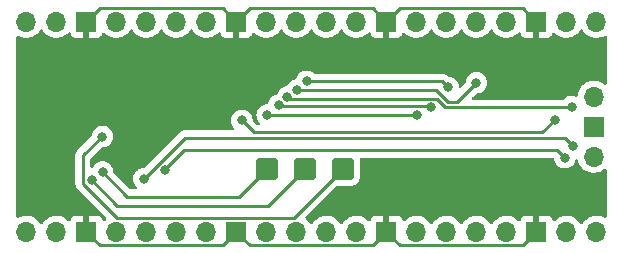
<source format=gbr>
%TF.GenerationSoftware,KiCad,Pcbnew,(6.0.10-0)*%
%TF.CreationDate,2023-01-20T18:48:23-05:00*%
%TF.ProjectId,EyeSPI-PiCowbell,45796553-5049-42d5-9069-436f7762656c,1.0.0*%
%TF.SameCoordinates,Original*%
%TF.FileFunction,Copper,L2,Bot*%
%TF.FilePolarity,Positive*%
%FSLAX46Y46*%
G04 Gerber Fmt 4.6, Leading zero omitted, Abs format (unit mm)*
G04 Created by KiCad (PCBNEW (6.0.10-0)) date 2023-01-20 18:48:23*
%MOMM*%
%LPD*%
G01*
G04 APERTURE LIST*
G04 Aperture macros list*
%AMRoundRect*
0 Rectangle with rounded corners*
0 $1 Rounding radius*
0 $2 $3 $4 $5 $6 $7 $8 $9 X,Y pos of 4 corners*
0 Add a 4 corners polygon primitive as box body*
4,1,4,$2,$3,$4,$5,$6,$7,$8,$9,$2,$3,0*
0 Add four circle primitives for the rounded corners*
1,1,$1+$1,$2,$3*
1,1,$1+$1,$4,$5*
1,1,$1+$1,$6,$7*
1,1,$1+$1,$8,$9*
0 Add four rect primitives between the rounded corners*
20,1,$1+$1,$2,$3,$4,$5,0*
20,1,$1+$1,$4,$5,$6,$7,0*
20,1,$1+$1,$6,$7,$8,$9,0*
20,1,$1+$1,$8,$9,$2,$3,0*%
G04 Aperture macros list end*
%TA.AperFunction,ComponentPad*%
%ADD10O,1.700000X1.700000*%
%TD*%
%TA.AperFunction,ComponentPad*%
%ADD11R,1.700000X1.700000*%
%TD*%
%TA.AperFunction,ComponentPad*%
%ADD12RoundRect,0.250000X-0.675000X-0.675000X0.675000X-0.675000X0.675000X0.675000X-0.675000X0.675000X0*%
%TD*%
%TA.AperFunction,ComponentPad*%
%ADD13RoundRect,0.250000X0.675000X0.675000X-0.675000X0.675000X-0.675000X-0.675000X0.675000X-0.675000X0*%
%TD*%
%TA.AperFunction,ViaPad*%
%ADD14C,0.800000*%
%TD*%
%TA.AperFunction,Conductor*%
%ADD15C,0.250000*%
%TD*%
G04 APERTURE END LIST*
D10*
%TO.P,U101,1,GPIO0*%
%TO.N,unconnected-(U101-Pad1)*%
X125514100Y-80975200D03*
%TO.P,U101,2,GPIO1*%
%TO.N,unconnected-(U101-Pad2)*%
X128054100Y-80975200D03*
D11*
%TO.P,U101,3,GND*%
%TO.N,GND*%
X130594100Y-80975200D03*
D10*
%TO.P,U101,4,GPIO2*%
%TO.N,unconnected-(U101-Pad4)*%
X133134100Y-80975200D03*
%TO.P,U101,5,GPIO3*%
%TO.N,unconnected-(U101-Pad5)*%
X135674100Y-80975200D03*
%TO.P,U101,6,GPIO4*%
%TO.N,SDA*%
X138214100Y-80975200D03*
%TO.P,U101,7,GPIO5*%
%TO.N,SCL*%
X140754100Y-80975200D03*
D11*
%TO.P,U101,8,GND*%
%TO.N,GND*%
X143294100Y-80975200D03*
D10*
%TO.P,U101,9,GPIO6*%
%TO.N,unconnected-(U101-Pad9)*%
X145834100Y-80975200D03*
%TO.P,U101,10,GPIO7*%
%TO.N,unconnected-(U101-Pad10)*%
X148374100Y-80975200D03*
%TO.P,U101,11,GPIO8*%
%TO.N,unconnected-(U101-Pad11)*%
X150914100Y-80975200D03*
%TO.P,U101,12,GPIO9*%
%TO.N,unconnected-(U101-Pad12)*%
X153454100Y-80975200D03*
D11*
%TO.P,U101,13,GND*%
%TO.N,GND*%
X155994100Y-80975200D03*
D10*
%TO.P,U101,14,GPIO10*%
%TO.N,unconnected-(U101-Pad14)*%
X158534100Y-80975200D03*
%TO.P,U101,15,GPIO11*%
%TO.N,unconnected-(U101-Pad15)*%
X161074100Y-80975200D03*
%TO.P,U101,16,GPIO12*%
%TO.N,unconnected-(U101-Pad16)*%
X163614100Y-80975200D03*
%TO.P,U101,17,GPIO13*%
%TO.N,/GPIO13*%
X166154100Y-80975200D03*
D11*
%TO.P,U101,18,GND*%
%TO.N,GND*%
X168694100Y-80975200D03*
D10*
%TO.P,U101,19,GPIO14*%
%TO.N,/GPIO14*%
X171234100Y-80975200D03*
%TO.P,U101,20,GPIO15*%
%TO.N,/GPIO15*%
X173774100Y-80975200D03*
%TO.P,U101,21,GPIO16*%
%TO.N,MISO*%
X173774100Y-63195200D03*
%TO.P,U101,22,GPIO17*%
%TO.N,/GPIO17*%
X171234100Y-63195200D03*
D11*
%TO.P,U101,23,GND*%
%TO.N,GND*%
X168694100Y-63195200D03*
D10*
%TO.P,U101,24,GPIO18*%
%TO.N,SCK*%
X166154100Y-63195200D03*
%TO.P,U101,25,GPIO19*%
%TO.N,MOSI*%
X163614100Y-63195200D03*
%TO.P,U101,26,GPIO20*%
%TO.N,/GPIO20*%
X161074100Y-63195200D03*
%TO.P,U101,27,GPIO21*%
%TO.N,/GPIO21*%
X158534100Y-63195200D03*
D11*
%TO.P,U101,28,GND*%
%TO.N,GND*%
X155994100Y-63195200D03*
D10*
%TO.P,U101,29,GPIO22*%
%TO.N,/GPIO22*%
X153454100Y-63195200D03*
%TO.P,U101,30,RUN*%
%TO.N,unconnected-(U101-Pad30)*%
X150914100Y-63195200D03*
%TO.P,U101,31,GPIO26_ADC0*%
%TO.N,unconnected-(U101-Pad31)*%
X148374100Y-63195200D03*
%TO.P,U101,32,GPIO27_ADC1*%
%TO.N,unconnected-(U101-Pad32)*%
X145834100Y-63195200D03*
D11*
%TO.P,U101,33,AGND*%
%TO.N,GND*%
X143294100Y-63195200D03*
D10*
%TO.P,U101,34,GPIO28_ADC2*%
%TO.N,unconnected-(U101-Pad34)*%
X140754100Y-63195200D03*
%TO.P,U101,35,ADC_VREF*%
%TO.N,unconnected-(U101-Pad35)*%
X138214100Y-63195200D03*
%TO.P,U101,36,3V3*%
%TO.N,+3V3*%
X135674100Y-63195200D03*
%TO.P,U101,37,3V3_EN*%
%TO.N,unconnected-(U101-Pad37)*%
X133134100Y-63195200D03*
D11*
%TO.P,U101,38,GND*%
%TO.N,GND*%
X130594100Y-63195200D03*
D10*
%TO.P,U101,39,VSYS*%
%TO.N,unconnected-(U101-Pad39)*%
X128054100Y-63195200D03*
%TO.P,U101,40,VBUS*%
%TO.N,unconnected-(U101-Pad40)*%
X125514100Y-63195200D03*
%TO.P,U101,41,SWCLK*%
%TO.N,unconnected-(U101-Pad41)*%
X173544100Y-74625200D03*
D11*
%TO.P,U101,42,GND*%
%TO.N,unconnected-(U101-Pad42)*%
X173544100Y-72085200D03*
D10*
%TO.P,U101,43,SWDIO*%
%TO.N,unconnected-(U101-Pad43)*%
X173544100Y-69545200D03*
%TD*%
D12*
%TO.P,J109,1,Pin_1*%
%TO.N,/~{MEM_CS}*%
X152336500Y-75641200D03*
%TD*%
%TO.P,J107,1,Pin_1*%
%TO.N,/EYESPI_GPIO1*%
X145843700Y-75643000D03*
%TD*%
D13*
%TO.P,J108,1,Pin_1*%
%TO.N,/EYESPI_GPIO2*%
X149094900Y-75641200D03*
%TD*%
D14*
%TO.N,GND*%
X130578300Y-68886600D03*
%TO.N,/EYESPI_SCK*%
X149247300Y-68251600D03*
X161210700Y-68759600D03*
%TO.N,/EYESPI_MOSI*%
X148409100Y-68976100D03*
X163616001Y-68370901D03*
%TO.N,/EYESPI_MISO*%
X147612715Y-69580066D03*
X171675500Y-70385200D03*
%TO.N,/TFT_DC*%
X146859700Y-70283600D03*
X159771301Y-70449300D03*
%TO.N,/~{TFT_RST}*%
X158543700Y-71096400D03*
X145894500Y-71096400D03*
%TO.N,/~{TFT_CS}*%
X143760900Y-71553600D03*
X170227700Y-71502800D03*
%TO.N,/~{MEM_CS}*%
X131949900Y-72925200D03*
%TO.N,/INT*%
X137257901Y-75728399D03*
X171103400Y-74703200D03*
%TO.N,/BUSY*%
X135455100Y-76506600D03*
X171827900Y-73712600D03*
%TO.N,/EYESPI_GPIO1*%
X131975300Y-75922400D03*
%TO.N,/EYESPI_GPIO2*%
X131035500Y-76633600D03*
%TD*%
D15*
%TO.N,GND*%
X168694100Y-63195200D02*
X167519100Y-62020200D01*
X167519100Y-82150200D02*
X168694100Y-80975200D01*
X143294100Y-63195200D02*
X142119100Y-62020200D01*
X130594100Y-80975200D02*
X131769100Y-82150200D01*
X154819100Y-62020200D02*
X144469100Y-62020200D01*
X131769100Y-62020200D02*
X130594100Y-63195200D01*
X157169100Y-62020200D02*
X155994100Y-63195200D01*
X142119100Y-62020200D02*
X131769100Y-62020200D01*
X155994100Y-80975200D02*
X157169100Y-82150200D01*
X157169100Y-82150200D02*
X167519100Y-82150200D01*
X144469100Y-82150200D02*
X154819100Y-82150200D01*
X154819100Y-82150200D02*
X155994100Y-80975200D01*
X131769100Y-82150200D02*
X142119100Y-82150200D01*
X144469100Y-62020200D02*
X143294100Y-63195200D01*
X167519100Y-62020200D02*
X157169100Y-62020200D01*
X155994100Y-63195200D02*
X154819100Y-62020200D01*
X143294100Y-80975200D02*
X144469100Y-82150200D01*
X142119100Y-82150200D02*
X143294100Y-80975200D01*
%TO.N,/EYESPI_SCK*%
X161210700Y-68759600D02*
X160702700Y-68251600D01*
X160702700Y-68251600D02*
X149247300Y-68251600D01*
%TO.N,/EYESPI_MOSI*%
X161994302Y-69992600D02*
X161224500Y-69992600D01*
X163616001Y-68370901D02*
X161994302Y-69992600D01*
X161224500Y-69992600D02*
X160220100Y-68988200D01*
X148421200Y-68988200D02*
X148409100Y-68976100D01*
X160220100Y-68988200D02*
X148421200Y-68988200D01*
%TO.N,/EYESPI_MISO*%
X171675500Y-70385200D02*
X171618100Y-70442600D01*
X160245500Y-69724800D02*
X147757449Y-69724800D01*
X160963300Y-70442600D02*
X160245500Y-69724800D01*
X147757449Y-69724800D02*
X147612715Y-69580066D01*
X171618100Y-70442600D02*
X160963300Y-70442600D01*
%TO.N,/TFT_DC*%
X159771301Y-70449300D02*
X159681801Y-70359800D01*
X146935900Y-70359800D02*
X146859700Y-70283600D01*
X159681801Y-70359800D02*
X146935900Y-70359800D01*
%TO.N,/~{TFT_RST}*%
X145894500Y-71096400D02*
X158543700Y-71096400D01*
%TO.N,/~{TFT_CS}*%
X169153700Y-72576800D02*
X144784100Y-72576800D01*
X144784100Y-72576800D02*
X143760900Y-71553600D01*
X170227700Y-71502800D02*
X169153700Y-72576800D01*
%TO.N,/~{MEM_CS}*%
X130298900Y-76922305D02*
X130298900Y-74525400D01*
X133176795Y-79800200D02*
X130298900Y-76922305D01*
X148177500Y-79800200D02*
X133176795Y-79800200D01*
X131899100Y-72925200D02*
X131949900Y-72925200D01*
X152336500Y-75641200D02*
X148177500Y-79800200D01*
X130298900Y-74525400D02*
X131899100Y-72925200D01*
%TO.N,/INT*%
X171103400Y-74703200D02*
X170468400Y-74068200D01*
X138884100Y-74068200D02*
X137257901Y-75694399D01*
X170468400Y-74068200D02*
X138884100Y-74068200D01*
X137257901Y-75694399D02*
X137257901Y-75728399D01*
%TO.N,/BUSY*%
X138934900Y-73026800D02*
X135455100Y-76506600D01*
X171827900Y-73712600D02*
X171142100Y-73026800D01*
X171142100Y-73026800D02*
X138934900Y-73026800D01*
%TO.N,/EYESPI_GPIO1*%
X131975300Y-75922400D02*
X134058100Y-78005200D01*
X143481500Y-78005200D02*
X145843700Y-75643000D01*
X134058100Y-78005200D02*
X143481500Y-78005200D01*
%TO.N,/EYESPI_GPIO2*%
X133169100Y-78767200D02*
X131035500Y-76633600D01*
X149094900Y-75641200D02*
X145968900Y-78767200D01*
X145968900Y-78767200D02*
X133169100Y-78767200D01*
%TD*%
%TA.AperFunction,Conductor*%
%TO.N,GND*%
G36*
X170144408Y-74721702D02*
G01*
X170190901Y-74775358D01*
X170201597Y-74814529D01*
X170209858Y-74893128D01*
X170268873Y-75074756D01*
X170364360Y-75240144D01*
X170492147Y-75382066D01*
X170552464Y-75425889D01*
X170630699Y-75482730D01*
X170646648Y-75494318D01*
X170652676Y-75497002D01*
X170652678Y-75497003D01*
X170796857Y-75561195D01*
X170821112Y-75571994D01*
X170914513Y-75591847D01*
X171001456Y-75610328D01*
X171001461Y-75610328D01*
X171007913Y-75611700D01*
X171198887Y-75611700D01*
X171205339Y-75610328D01*
X171205344Y-75610328D01*
X171292287Y-75591847D01*
X171385688Y-75571994D01*
X171409943Y-75561195D01*
X171554122Y-75497003D01*
X171554124Y-75497002D01*
X171560152Y-75494318D01*
X171576102Y-75482730D01*
X171654336Y-75425889D01*
X171714653Y-75382066D01*
X171842440Y-75240144D01*
X171937927Y-75074756D01*
X171981990Y-74939146D01*
X172022062Y-74880541D01*
X172087459Y-74852904D01*
X172157416Y-74865011D01*
X172209722Y-74913017D01*
X172224739Y-74950382D01*
X172243322Y-75032839D01*
X172327366Y-75239816D01*
X172330065Y-75244220D01*
X172439766Y-75423236D01*
X172444087Y-75430288D01*
X172590350Y-75599138D01*
X172762226Y-75741832D01*
X172955100Y-75854538D01*
X173163792Y-75934230D01*
X173168860Y-75935261D01*
X173168863Y-75935262D01*
X173276117Y-75957083D01*
X173382697Y-75978767D01*
X173387872Y-75978957D01*
X173387874Y-75978957D01*
X173600773Y-75986764D01*
X173600777Y-75986764D01*
X173605937Y-75986953D01*
X173611057Y-75986297D01*
X173611059Y-75986297D01*
X173822388Y-75959225D01*
X173822389Y-75959225D01*
X173827516Y-75958568D01*
X173832466Y-75957083D01*
X174036529Y-75895861D01*
X174036534Y-75895859D01*
X174041484Y-75894374D01*
X174242094Y-75796096D01*
X174423960Y-75666373D01*
X174427621Y-75662725D01*
X174428657Y-75661693D01*
X174429178Y-75661410D01*
X174431574Y-75659385D01*
X174431992Y-75659879D01*
X174491027Y-75627774D01*
X174561834Y-75632960D01*
X174618597Y-75675603D01*
X174643294Y-75742166D01*
X174643600Y-75750940D01*
X174643600Y-79689880D01*
X174623598Y-79758001D01*
X174569942Y-79804494D01*
X174499668Y-79814598D01*
X174456707Y-79800189D01*
X174401070Y-79769476D01*
X174332889Y-79731838D01*
X174328020Y-79730114D01*
X174328016Y-79730112D01*
X174127187Y-79658995D01*
X174127183Y-79658994D01*
X174122312Y-79657269D01*
X174117219Y-79656362D01*
X174117216Y-79656361D01*
X173907473Y-79619000D01*
X173907467Y-79618999D01*
X173902384Y-79618094D01*
X173828552Y-79617192D01*
X173684181Y-79615428D01*
X173684179Y-79615428D01*
X173679011Y-79615365D01*
X173458191Y-79649155D01*
X173245856Y-79718557D01*
X173215543Y-79734337D01*
X173089043Y-79800189D01*
X173047707Y-79821707D01*
X173043574Y-79824810D01*
X173043571Y-79824812D01*
X172873200Y-79952730D01*
X172869065Y-79955835D01*
X172714729Y-80117338D01*
X172607301Y-80274821D01*
X172552393Y-80319821D01*
X172481868Y-80327992D01*
X172418121Y-80296738D01*
X172397424Y-80272254D01*
X172316922Y-80147817D01*
X172316920Y-80147814D01*
X172314114Y-80143477D01*
X172163770Y-79978251D01*
X172159719Y-79975052D01*
X172159715Y-79975048D01*
X171992514Y-79843000D01*
X171992510Y-79842998D01*
X171988459Y-79839798D01*
X171964381Y-79826506D01*
X171861070Y-79769476D01*
X171792889Y-79731838D01*
X171788020Y-79730114D01*
X171788016Y-79730112D01*
X171587187Y-79658995D01*
X171587183Y-79658994D01*
X171582312Y-79657269D01*
X171577219Y-79656362D01*
X171577216Y-79656361D01*
X171367473Y-79619000D01*
X171367467Y-79618999D01*
X171362384Y-79618094D01*
X171288552Y-79617192D01*
X171144181Y-79615428D01*
X171144179Y-79615428D01*
X171139011Y-79615365D01*
X170918191Y-79649155D01*
X170705856Y-79718557D01*
X170675543Y-79734337D01*
X170549043Y-79800189D01*
X170507707Y-79821707D01*
X170503574Y-79824810D01*
X170503571Y-79824812D01*
X170333200Y-79952730D01*
X170329065Y-79955835D01*
X170325493Y-79959573D01*
X170247998Y-80040666D01*
X170186474Y-80076095D01*
X170115562Y-80072638D01*
X170057776Y-80031392D01*
X170038923Y-79997844D01*
X169997424Y-79887146D01*
X169988886Y-79871551D01*
X169912385Y-79769476D01*
X169899824Y-79756915D01*
X169797749Y-79680414D01*
X169782154Y-79671876D01*
X169661706Y-79626722D01*
X169646451Y-79623095D01*
X169595586Y-79617569D01*
X169588772Y-79617200D01*
X168966215Y-79617200D01*
X168950976Y-79621675D01*
X168949771Y-79623065D01*
X168948100Y-79630748D01*
X168948100Y-81103200D01*
X168928098Y-81171321D01*
X168874442Y-81217814D01*
X168822100Y-81229200D01*
X168566100Y-81229200D01*
X168497979Y-81209198D01*
X168451486Y-81155542D01*
X168440100Y-81103200D01*
X168440100Y-79635316D01*
X168435625Y-79620077D01*
X168434235Y-79618872D01*
X168426552Y-79617201D01*
X167799431Y-79617201D01*
X167792610Y-79617571D01*
X167741748Y-79623095D01*
X167726496Y-79626721D01*
X167606046Y-79671876D01*
X167590451Y-79680414D01*
X167488376Y-79756915D01*
X167475815Y-79769476D01*
X167399314Y-79871551D01*
X167390776Y-79887146D01*
X167349397Y-79997522D01*
X167306755Y-80054287D01*
X167240193Y-80078986D01*
X167170844Y-80063778D01*
X167138221Y-80038091D01*
X167087251Y-79982076D01*
X167087245Y-79982070D01*
X167083770Y-79978251D01*
X167079719Y-79975052D01*
X167079715Y-79975048D01*
X166912514Y-79843000D01*
X166912510Y-79842998D01*
X166908459Y-79839798D01*
X166884381Y-79826506D01*
X166781070Y-79769476D01*
X166712889Y-79731838D01*
X166708020Y-79730114D01*
X166708016Y-79730112D01*
X166507187Y-79658995D01*
X166507183Y-79658994D01*
X166502312Y-79657269D01*
X166497219Y-79656362D01*
X166497216Y-79656361D01*
X166287473Y-79619000D01*
X166287467Y-79618999D01*
X166282384Y-79618094D01*
X166208552Y-79617192D01*
X166064181Y-79615428D01*
X166064179Y-79615428D01*
X166059011Y-79615365D01*
X165838191Y-79649155D01*
X165625856Y-79718557D01*
X165595543Y-79734337D01*
X165469043Y-79800189D01*
X165427707Y-79821707D01*
X165423574Y-79824810D01*
X165423571Y-79824812D01*
X165253200Y-79952730D01*
X165249065Y-79955835D01*
X165094729Y-80117338D01*
X164987301Y-80274821D01*
X164932393Y-80319821D01*
X164861868Y-80327992D01*
X164798121Y-80296738D01*
X164777424Y-80272254D01*
X164696922Y-80147817D01*
X164696920Y-80147814D01*
X164694114Y-80143477D01*
X164543770Y-79978251D01*
X164539719Y-79975052D01*
X164539715Y-79975048D01*
X164372514Y-79843000D01*
X164372510Y-79842998D01*
X164368459Y-79839798D01*
X164344381Y-79826506D01*
X164241070Y-79769476D01*
X164172889Y-79731838D01*
X164168020Y-79730114D01*
X164168016Y-79730112D01*
X163967187Y-79658995D01*
X163967183Y-79658994D01*
X163962312Y-79657269D01*
X163957219Y-79656362D01*
X163957216Y-79656361D01*
X163747473Y-79619000D01*
X163747467Y-79618999D01*
X163742384Y-79618094D01*
X163668552Y-79617192D01*
X163524181Y-79615428D01*
X163524179Y-79615428D01*
X163519011Y-79615365D01*
X163298191Y-79649155D01*
X163085856Y-79718557D01*
X163055543Y-79734337D01*
X162929043Y-79800189D01*
X162887707Y-79821707D01*
X162883574Y-79824810D01*
X162883571Y-79824812D01*
X162713200Y-79952730D01*
X162709065Y-79955835D01*
X162554729Y-80117338D01*
X162447301Y-80274821D01*
X162392393Y-80319821D01*
X162321868Y-80327992D01*
X162258121Y-80296738D01*
X162237424Y-80272254D01*
X162156922Y-80147817D01*
X162156920Y-80147814D01*
X162154114Y-80143477D01*
X162003770Y-79978251D01*
X161999719Y-79975052D01*
X161999715Y-79975048D01*
X161832514Y-79843000D01*
X161832510Y-79842998D01*
X161828459Y-79839798D01*
X161804381Y-79826506D01*
X161701070Y-79769476D01*
X161632889Y-79731838D01*
X161628020Y-79730114D01*
X161628016Y-79730112D01*
X161427187Y-79658995D01*
X161427183Y-79658994D01*
X161422312Y-79657269D01*
X161417219Y-79656362D01*
X161417216Y-79656361D01*
X161207473Y-79619000D01*
X161207467Y-79618999D01*
X161202384Y-79618094D01*
X161128552Y-79617192D01*
X160984181Y-79615428D01*
X160984179Y-79615428D01*
X160979011Y-79615365D01*
X160758191Y-79649155D01*
X160545856Y-79718557D01*
X160515543Y-79734337D01*
X160389043Y-79800189D01*
X160347707Y-79821707D01*
X160343574Y-79824810D01*
X160343571Y-79824812D01*
X160173200Y-79952730D01*
X160169065Y-79955835D01*
X160014729Y-80117338D01*
X159907301Y-80274821D01*
X159852393Y-80319821D01*
X159781868Y-80327992D01*
X159718121Y-80296738D01*
X159697424Y-80272254D01*
X159616922Y-80147817D01*
X159616920Y-80147814D01*
X159614114Y-80143477D01*
X159463770Y-79978251D01*
X159459719Y-79975052D01*
X159459715Y-79975048D01*
X159292514Y-79843000D01*
X159292510Y-79842998D01*
X159288459Y-79839798D01*
X159264381Y-79826506D01*
X159161070Y-79769476D01*
X159092889Y-79731838D01*
X159088020Y-79730114D01*
X159088016Y-79730112D01*
X158887187Y-79658995D01*
X158887183Y-79658994D01*
X158882312Y-79657269D01*
X158877219Y-79656362D01*
X158877216Y-79656361D01*
X158667473Y-79619000D01*
X158667467Y-79618999D01*
X158662384Y-79618094D01*
X158588552Y-79617192D01*
X158444181Y-79615428D01*
X158444179Y-79615428D01*
X158439011Y-79615365D01*
X158218191Y-79649155D01*
X158005856Y-79718557D01*
X157975543Y-79734337D01*
X157849043Y-79800189D01*
X157807707Y-79821707D01*
X157803574Y-79824810D01*
X157803571Y-79824812D01*
X157633200Y-79952730D01*
X157629065Y-79955835D01*
X157625493Y-79959573D01*
X157547998Y-80040666D01*
X157486474Y-80076095D01*
X157415562Y-80072638D01*
X157357776Y-80031392D01*
X157338923Y-79997844D01*
X157297424Y-79887146D01*
X157288886Y-79871551D01*
X157212385Y-79769476D01*
X157199824Y-79756915D01*
X157097749Y-79680414D01*
X157082154Y-79671876D01*
X156961706Y-79626722D01*
X156946451Y-79623095D01*
X156895586Y-79617569D01*
X156888772Y-79617200D01*
X156266215Y-79617200D01*
X156250976Y-79621675D01*
X156249771Y-79623065D01*
X156248100Y-79630748D01*
X156248100Y-81103200D01*
X156228098Y-81171321D01*
X156174442Y-81217814D01*
X156122100Y-81229200D01*
X155866100Y-81229200D01*
X155797979Y-81209198D01*
X155751486Y-81155542D01*
X155740100Y-81103200D01*
X155740100Y-79635316D01*
X155735625Y-79620077D01*
X155734235Y-79618872D01*
X155726552Y-79617201D01*
X155099431Y-79617201D01*
X155092610Y-79617571D01*
X155041748Y-79623095D01*
X155026496Y-79626721D01*
X154906046Y-79671876D01*
X154890451Y-79680414D01*
X154788376Y-79756915D01*
X154775815Y-79769476D01*
X154699314Y-79871551D01*
X154690776Y-79887146D01*
X154649397Y-79997522D01*
X154606755Y-80054287D01*
X154540193Y-80078986D01*
X154470844Y-80063778D01*
X154438221Y-80038091D01*
X154387251Y-79982076D01*
X154387245Y-79982070D01*
X154383770Y-79978251D01*
X154379719Y-79975052D01*
X154379715Y-79975048D01*
X154212514Y-79843000D01*
X154212510Y-79842998D01*
X154208459Y-79839798D01*
X154184381Y-79826506D01*
X154081070Y-79769476D01*
X154012889Y-79731838D01*
X154008020Y-79730114D01*
X154008016Y-79730112D01*
X153807187Y-79658995D01*
X153807183Y-79658994D01*
X153802312Y-79657269D01*
X153797219Y-79656362D01*
X153797216Y-79656361D01*
X153587473Y-79619000D01*
X153587467Y-79618999D01*
X153582384Y-79618094D01*
X153508552Y-79617192D01*
X153364181Y-79615428D01*
X153364179Y-79615428D01*
X153359011Y-79615365D01*
X153138191Y-79649155D01*
X152925856Y-79718557D01*
X152895543Y-79734337D01*
X152769043Y-79800189D01*
X152727707Y-79821707D01*
X152723574Y-79824810D01*
X152723571Y-79824812D01*
X152553200Y-79952730D01*
X152549065Y-79955835D01*
X152394729Y-80117338D01*
X152287301Y-80274821D01*
X152232393Y-80319821D01*
X152161868Y-80327992D01*
X152098121Y-80296738D01*
X152077424Y-80272254D01*
X151996922Y-80147817D01*
X151996920Y-80147814D01*
X151994114Y-80143477D01*
X151843770Y-79978251D01*
X151839719Y-79975052D01*
X151839715Y-79975048D01*
X151672514Y-79843000D01*
X151672510Y-79842998D01*
X151668459Y-79839798D01*
X151644381Y-79826506D01*
X151541070Y-79769476D01*
X151472889Y-79731838D01*
X151468020Y-79730114D01*
X151468016Y-79730112D01*
X151267187Y-79658995D01*
X151267183Y-79658994D01*
X151262312Y-79657269D01*
X151257219Y-79656362D01*
X151257216Y-79656361D01*
X151047473Y-79619000D01*
X151047467Y-79618999D01*
X151042384Y-79618094D01*
X150968552Y-79617192D01*
X150824181Y-79615428D01*
X150824179Y-79615428D01*
X150819011Y-79615365D01*
X150598191Y-79649155D01*
X150385856Y-79718557D01*
X150355543Y-79734337D01*
X150229043Y-79800189D01*
X150187707Y-79821707D01*
X150183574Y-79824810D01*
X150183571Y-79824812D01*
X150013200Y-79952730D01*
X150009065Y-79955835D01*
X149854729Y-80117338D01*
X149747301Y-80274821D01*
X149692393Y-80319821D01*
X149621868Y-80327992D01*
X149558121Y-80296738D01*
X149537424Y-80272254D01*
X149456922Y-80147817D01*
X149456920Y-80147814D01*
X149454114Y-80143477D01*
X149303770Y-79978251D01*
X149299719Y-79975052D01*
X149299715Y-79975048D01*
X149201295Y-79897321D01*
X149186750Y-79885833D01*
X149145687Y-79827917D01*
X149142455Y-79756994D01*
X149175747Y-79697857D01*
X151761999Y-77111605D01*
X151824311Y-77077579D01*
X151851094Y-77074700D01*
X153061900Y-77074700D01*
X153065146Y-77074363D01*
X153065150Y-77074363D01*
X153160808Y-77064438D01*
X153160812Y-77064437D01*
X153167666Y-77063726D01*
X153174202Y-77061545D01*
X153174204Y-77061545D01*
X153328498Y-77010068D01*
X153335446Y-77007750D01*
X153485848Y-76914678D01*
X153610805Y-76789503D01*
X153668116Y-76696528D01*
X153699775Y-76645168D01*
X153699776Y-76645166D01*
X153703615Y-76638938D01*
X153759297Y-76471061D01*
X153760904Y-76455382D01*
X153766798Y-76397854D01*
X153770000Y-76366600D01*
X153770000Y-74915800D01*
X153762208Y-74840703D01*
X153775073Y-74770883D01*
X153823643Y-74719100D01*
X153887535Y-74701700D01*
X170076287Y-74701700D01*
X170144408Y-74721702D01*
G37*
%TD.AperFunction*%
%TA.AperFunction,Conductor*%
G36*
X130790221Y-62961202D02*
G01*
X130836714Y-63014858D01*
X130848100Y-63067200D01*
X130848100Y-64535084D01*
X130852575Y-64550323D01*
X130853965Y-64551528D01*
X130861648Y-64553199D01*
X131488769Y-64553199D01*
X131495590Y-64552829D01*
X131546452Y-64547305D01*
X131561704Y-64543679D01*
X131682154Y-64498524D01*
X131697749Y-64489986D01*
X131799824Y-64413485D01*
X131812385Y-64400924D01*
X131888886Y-64298849D01*
X131897424Y-64283254D01*
X131938325Y-64174152D01*
X131980967Y-64117388D01*
X132047528Y-64092688D01*
X132116877Y-64107896D01*
X132151544Y-64135884D01*
X132176965Y-64165231D01*
X132176969Y-64165235D01*
X132180350Y-64169138D01*
X132352226Y-64311832D01*
X132545100Y-64424538D01*
X132753792Y-64504230D01*
X132758860Y-64505261D01*
X132758863Y-64505262D01*
X132866117Y-64527083D01*
X132972697Y-64548767D01*
X132977872Y-64548957D01*
X132977874Y-64548957D01*
X133190773Y-64556764D01*
X133190777Y-64556764D01*
X133195937Y-64556953D01*
X133201057Y-64556297D01*
X133201059Y-64556297D01*
X133412388Y-64529225D01*
X133412389Y-64529225D01*
X133417516Y-64528568D01*
X133422466Y-64527083D01*
X133626529Y-64465861D01*
X133626534Y-64465859D01*
X133631484Y-64464374D01*
X133832094Y-64366096D01*
X134013960Y-64236373D01*
X134172196Y-64078689D01*
X134302553Y-63897277D01*
X134303876Y-63898228D01*
X134350745Y-63855057D01*
X134420680Y-63842825D01*
X134486126Y-63870344D01*
X134513975Y-63902194D01*
X134574087Y-64000288D01*
X134720350Y-64169138D01*
X134892226Y-64311832D01*
X135085100Y-64424538D01*
X135293792Y-64504230D01*
X135298860Y-64505261D01*
X135298863Y-64505262D01*
X135406117Y-64527083D01*
X135512697Y-64548767D01*
X135517872Y-64548957D01*
X135517874Y-64548957D01*
X135730773Y-64556764D01*
X135730777Y-64556764D01*
X135735937Y-64556953D01*
X135741057Y-64556297D01*
X135741059Y-64556297D01*
X135952388Y-64529225D01*
X135952389Y-64529225D01*
X135957516Y-64528568D01*
X135962466Y-64527083D01*
X136166529Y-64465861D01*
X136166534Y-64465859D01*
X136171484Y-64464374D01*
X136372094Y-64366096D01*
X136553960Y-64236373D01*
X136712196Y-64078689D01*
X136842553Y-63897277D01*
X136843876Y-63898228D01*
X136890745Y-63855057D01*
X136960680Y-63842825D01*
X137026126Y-63870344D01*
X137053975Y-63902194D01*
X137114087Y-64000288D01*
X137260350Y-64169138D01*
X137432226Y-64311832D01*
X137625100Y-64424538D01*
X137833792Y-64504230D01*
X137838860Y-64505261D01*
X137838863Y-64505262D01*
X137946117Y-64527083D01*
X138052697Y-64548767D01*
X138057872Y-64548957D01*
X138057874Y-64548957D01*
X138270773Y-64556764D01*
X138270777Y-64556764D01*
X138275937Y-64556953D01*
X138281057Y-64556297D01*
X138281059Y-64556297D01*
X138492388Y-64529225D01*
X138492389Y-64529225D01*
X138497516Y-64528568D01*
X138502466Y-64527083D01*
X138706529Y-64465861D01*
X138706534Y-64465859D01*
X138711484Y-64464374D01*
X138912094Y-64366096D01*
X139093960Y-64236373D01*
X139252196Y-64078689D01*
X139382553Y-63897277D01*
X139383876Y-63898228D01*
X139430745Y-63855057D01*
X139500680Y-63842825D01*
X139566126Y-63870344D01*
X139593975Y-63902194D01*
X139654087Y-64000288D01*
X139800350Y-64169138D01*
X139972226Y-64311832D01*
X140165100Y-64424538D01*
X140373792Y-64504230D01*
X140378860Y-64505261D01*
X140378863Y-64505262D01*
X140486117Y-64527083D01*
X140592697Y-64548767D01*
X140597872Y-64548957D01*
X140597874Y-64548957D01*
X140810773Y-64556764D01*
X140810777Y-64556764D01*
X140815937Y-64556953D01*
X140821057Y-64556297D01*
X140821059Y-64556297D01*
X141032388Y-64529225D01*
X141032389Y-64529225D01*
X141037516Y-64528568D01*
X141042466Y-64527083D01*
X141246529Y-64465861D01*
X141246534Y-64465859D01*
X141251484Y-64464374D01*
X141452094Y-64366096D01*
X141633960Y-64236373D01*
X141701431Y-64169138D01*
X141742579Y-64128133D01*
X141804951Y-64094217D01*
X141875758Y-64099405D01*
X141932519Y-64142051D01*
X141949501Y-64173154D01*
X141990776Y-64283254D01*
X141999314Y-64298849D01*
X142075815Y-64400924D01*
X142088376Y-64413485D01*
X142190451Y-64489986D01*
X142206046Y-64498524D01*
X142326494Y-64543678D01*
X142341749Y-64547305D01*
X142392614Y-64552831D01*
X142399428Y-64553200D01*
X143021985Y-64553200D01*
X143037224Y-64548725D01*
X143038429Y-64547335D01*
X143040100Y-64539652D01*
X143040100Y-63067200D01*
X143060102Y-62999079D01*
X143113758Y-62952586D01*
X143166100Y-62941200D01*
X143422100Y-62941200D01*
X143490221Y-62961202D01*
X143536714Y-63014858D01*
X143548100Y-63067200D01*
X143548100Y-64535084D01*
X143552575Y-64550323D01*
X143553965Y-64551528D01*
X143561648Y-64553199D01*
X144188769Y-64553199D01*
X144195590Y-64552829D01*
X144246452Y-64547305D01*
X144261704Y-64543679D01*
X144382154Y-64498524D01*
X144397749Y-64489986D01*
X144499824Y-64413485D01*
X144512385Y-64400924D01*
X144588886Y-64298849D01*
X144597424Y-64283254D01*
X144638325Y-64174152D01*
X144680967Y-64117388D01*
X144747528Y-64092688D01*
X144816877Y-64107896D01*
X144851544Y-64135884D01*
X144876965Y-64165231D01*
X144876969Y-64165235D01*
X144880350Y-64169138D01*
X145052226Y-64311832D01*
X145245100Y-64424538D01*
X145453792Y-64504230D01*
X145458860Y-64505261D01*
X145458863Y-64505262D01*
X145566117Y-64527083D01*
X145672697Y-64548767D01*
X145677872Y-64548957D01*
X145677874Y-64548957D01*
X145890773Y-64556764D01*
X145890777Y-64556764D01*
X145895937Y-64556953D01*
X145901057Y-64556297D01*
X145901059Y-64556297D01*
X146112388Y-64529225D01*
X146112389Y-64529225D01*
X146117516Y-64528568D01*
X146122466Y-64527083D01*
X146326529Y-64465861D01*
X146326534Y-64465859D01*
X146331484Y-64464374D01*
X146532094Y-64366096D01*
X146713960Y-64236373D01*
X146872196Y-64078689D01*
X147002553Y-63897277D01*
X147003876Y-63898228D01*
X147050745Y-63855057D01*
X147120680Y-63842825D01*
X147186126Y-63870344D01*
X147213975Y-63902194D01*
X147274087Y-64000288D01*
X147420350Y-64169138D01*
X147592226Y-64311832D01*
X147785100Y-64424538D01*
X147993792Y-64504230D01*
X147998860Y-64505261D01*
X147998863Y-64505262D01*
X148106117Y-64527083D01*
X148212697Y-64548767D01*
X148217872Y-64548957D01*
X148217874Y-64548957D01*
X148430773Y-64556764D01*
X148430777Y-64556764D01*
X148435937Y-64556953D01*
X148441057Y-64556297D01*
X148441059Y-64556297D01*
X148652388Y-64529225D01*
X148652389Y-64529225D01*
X148657516Y-64528568D01*
X148662466Y-64527083D01*
X148866529Y-64465861D01*
X148866534Y-64465859D01*
X148871484Y-64464374D01*
X149072094Y-64366096D01*
X149253960Y-64236373D01*
X149412196Y-64078689D01*
X149542553Y-63897277D01*
X149543876Y-63898228D01*
X149590745Y-63855057D01*
X149660680Y-63842825D01*
X149726126Y-63870344D01*
X149753975Y-63902194D01*
X149814087Y-64000288D01*
X149960350Y-64169138D01*
X150132226Y-64311832D01*
X150325100Y-64424538D01*
X150533792Y-64504230D01*
X150538860Y-64505261D01*
X150538863Y-64505262D01*
X150646117Y-64527083D01*
X150752697Y-64548767D01*
X150757872Y-64548957D01*
X150757874Y-64548957D01*
X150970773Y-64556764D01*
X150970777Y-64556764D01*
X150975937Y-64556953D01*
X150981057Y-64556297D01*
X150981059Y-64556297D01*
X151192388Y-64529225D01*
X151192389Y-64529225D01*
X151197516Y-64528568D01*
X151202466Y-64527083D01*
X151406529Y-64465861D01*
X151406534Y-64465859D01*
X151411484Y-64464374D01*
X151612094Y-64366096D01*
X151793960Y-64236373D01*
X151952196Y-64078689D01*
X152082553Y-63897277D01*
X152083876Y-63898228D01*
X152130745Y-63855057D01*
X152200680Y-63842825D01*
X152266126Y-63870344D01*
X152293975Y-63902194D01*
X152354087Y-64000288D01*
X152500350Y-64169138D01*
X152672226Y-64311832D01*
X152865100Y-64424538D01*
X153073792Y-64504230D01*
X153078860Y-64505261D01*
X153078863Y-64505262D01*
X153186117Y-64527083D01*
X153292697Y-64548767D01*
X153297872Y-64548957D01*
X153297874Y-64548957D01*
X153510773Y-64556764D01*
X153510777Y-64556764D01*
X153515937Y-64556953D01*
X153521057Y-64556297D01*
X153521059Y-64556297D01*
X153732388Y-64529225D01*
X153732389Y-64529225D01*
X153737516Y-64528568D01*
X153742466Y-64527083D01*
X153946529Y-64465861D01*
X153946534Y-64465859D01*
X153951484Y-64464374D01*
X154152094Y-64366096D01*
X154333960Y-64236373D01*
X154401431Y-64169138D01*
X154442579Y-64128133D01*
X154504951Y-64094217D01*
X154575758Y-64099405D01*
X154632519Y-64142051D01*
X154649501Y-64173154D01*
X154690776Y-64283254D01*
X154699314Y-64298849D01*
X154775815Y-64400924D01*
X154788376Y-64413485D01*
X154890451Y-64489986D01*
X154906046Y-64498524D01*
X155026494Y-64543678D01*
X155041749Y-64547305D01*
X155092614Y-64552831D01*
X155099428Y-64553200D01*
X155721985Y-64553200D01*
X155737224Y-64548725D01*
X155738429Y-64547335D01*
X155740100Y-64539652D01*
X155740100Y-63067200D01*
X155760102Y-62999079D01*
X155813758Y-62952586D01*
X155866100Y-62941200D01*
X156122100Y-62941200D01*
X156190221Y-62961202D01*
X156236714Y-63014858D01*
X156248100Y-63067200D01*
X156248100Y-64535084D01*
X156252575Y-64550323D01*
X156253965Y-64551528D01*
X156261648Y-64553199D01*
X156888769Y-64553199D01*
X156895590Y-64552829D01*
X156946452Y-64547305D01*
X156961704Y-64543679D01*
X157082154Y-64498524D01*
X157097749Y-64489986D01*
X157199824Y-64413485D01*
X157212385Y-64400924D01*
X157288886Y-64298849D01*
X157297424Y-64283254D01*
X157338325Y-64174152D01*
X157380967Y-64117388D01*
X157447528Y-64092688D01*
X157516877Y-64107896D01*
X157551544Y-64135884D01*
X157576965Y-64165231D01*
X157576969Y-64165235D01*
X157580350Y-64169138D01*
X157752226Y-64311832D01*
X157945100Y-64424538D01*
X158153792Y-64504230D01*
X158158860Y-64505261D01*
X158158863Y-64505262D01*
X158266117Y-64527083D01*
X158372697Y-64548767D01*
X158377872Y-64548957D01*
X158377874Y-64548957D01*
X158590773Y-64556764D01*
X158590777Y-64556764D01*
X158595937Y-64556953D01*
X158601057Y-64556297D01*
X158601059Y-64556297D01*
X158812388Y-64529225D01*
X158812389Y-64529225D01*
X158817516Y-64528568D01*
X158822466Y-64527083D01*
X159026529Y-64465861D01*
X159026534Y-64465859D01*
X159031484Y-64464374D01*
X159232094Y-64366096D01*
X159413960Y-64236373D01*
X159572196Y-64078689D01*
X159702553Y-63897277D01*
X159703876Y-63898228D01*
X159750745Y-63855057D01*
X159820680Y-63842825D01*
X159886126Y-63870344D01*
X159913975Y-63902194D01*
X159974087Y-64000288D01*
X160120350Y-64169138D01*
X160292226Y-64311832D01*
X160485100Y-64424538D01*
X160693792Y-64504230D01*
X160698860Y-64505261D01*
X160698863Y-64505262D01*
X160806117Y-64527083D01*
X160912697Y-64548767D01*
X160917872Y-64548957D01*
X160917874Y-64548957D01*
X161130773Y-64556764D01*
X161130777Y-64556764D01*
X161135937Y-64556953D01*
X161141057Y-64556297D01*
X161141059Y-64556297D01*
X161352388Y-64529225D01*
X161352389Y-64529225D01*
X161357516Y-64528568D01*
X161362466Y-64527083D01*
X161566529Y-64465861D01*
X161566534Y-64465859D01*
X161571484Y-64464374D01*
X161772094Y-64366096D01*
X161953960Y-64236373D01*
X162112196Y-64078689D01*
X162242553Y-63897277D01*
X162243876Y-63898228D01*
X162290745Y-63855057D01*
X162360680Y-63842825D01*
X162426126Y-63870344D01*
X162453975Y-63902194D01*
X162514087Y-64000288D01*
X162660350Y-64169138D01*
X162832226Y-64311832D01*
X163025100Y-64424538D01*
X163233792Y-64504230D01*
X163238860Y-64505261D01*
X163238863Y-64505262D01*
X163346117Y-64527083D01*
X163452697Y-64548767D01*
X163457872Y-64548957D01*
X163457874Y-64548957D01*
X163670773Y-64556764D01*
X163670777Y-64556764D01*
X163675937Y-64556953D01*
X163681057Y-64556297D01*
X163681059Y-64556297D01*
X163892388Y-64529225D01*
X163892389Y-64529225D01*
X163897516Y-64528568D01*
X163902466Y-64527083D01*
X164106529Y-64465861D01*
X164106534Y-64465859D01*
X164111484Y-64464374D01*
X164312094Y-64366096D01*
X164493960Y-64236373D01*
X164652196Y-64078689D01*
X164782553Y-63897277D01*
X164783876Y-63898228D01*
X164830745Y-63855057D01*
X164900680Y-63842825D01*
X164966126Y-63870344D01*
X164993975Y-63902194D01*
X165054087Y-64000288D01*
X165200350Y-64169138D01*
X165372226Y-64311832D01*
X165565100Y-64424538D01*
X165773792Y-64504230D01*
X165778860Y-64505261D01*
X165778863Y-64505262D01*
X165886117Y-64527083D01*
X165992697Y-64548767D01*
X165997872Y-64548957D01*
X165997874Y-64548957D01*
X166210773Y-64556764D01*
X166210777Y-64556764D01*
X166215937Y-64556953D01*
X166221057Y-64556297D01*
X166221059Y-64556297D01*
X166432388Y-64529225D01*
X166432389Y-64529225D01*
X166437516Y-64528568D01*
X166442466Y-64527083D01*
X166646529Y-64465861D01*
X166646534Y-64465859D01*
X166651484Y-64464374D01*
X166852094Y-64366096D01*
X167033960Y-64236373D01*
X167101431Y-64169138D01*
X167142579Y-64128133D01*
X167204951Y-64094217D01*
X167275758Y-64099405D01*
X167332519Y-64142051D01*
X167349501Y-64173154D01*
X167390776Y-64283254D01*
X167399314Y-64298849D01*
X167475815Y-64400924D01*
X167488376Y-64413485D01*
X167590451Y-64489986D01*
X167606046Y-64498524D01*
X167726494Y-64543678D01*
X167741749Y-64547305D01*
X167792614Y-64552831D01*
X167799428Y-64553200D01*
X168421985Y-64553200D01*
X168437224Y-64548725D01*
X168438429Y-64547335D01*
X168440100Y-64539652D01*
X168440100Y-63067200D01*
X168460102Y-62999079D01*
X168513758Y-62952586D01*
X168566100Y-62941200D01*
X168822100Y-62941200D01*
X168890221Y-62961202D01*
X168936714Y-63014858D01*
X168948100Y-63067200D01*
X168948100Y-64535084D01*
X168952575Y-64550323D01*
X168953965Y-64551528D01*
X168961648Y-64553199D01*
X169588769Y-64553199D01*
X169595590Y-64552829D01*
X169646452Y-64547305D01*
X169661704Y-64543679D01*
X169782154Y-64498524D01*
X169797749Y-64489986D01*
X169899824Y-64413485D01*
X169912385Y-64400924D01*
X169988886Y-64298849D01*
X169997424Y-64283254D01*
X170038325Y-64174152D01*
X170080967Y-64117388D01*
X170147528Y-64092688D01*
X170216877Y-64107896D01*
X170251544Y-64135884D01*
X170276965Y-64165231D01*
X170276969Y-64165235D01*
X170280350Y-64169138D01*
X170452226Y-64311832D01*
X170645100Y-64424538D01*
X170853792Y-64504230D01*
X170858860Y-64505261D01*
X170858863Y-64505262D01*
X170966117Y-64527083D01*
X171072697Y-64548767D01*
X171077872Y-64548957D01*
X171077874Y-64548957D01*
X171290773Y-64556764D01*
X171290777Y-64556764D01*
X171295937Y-64556953D01*
X171301057Y-64556297D01*
X171301059Y-64556297D01*
X171512388Y-64529225D01*
X171512389Y-64529225D01*
X171517516Y-64528568D01*
X171522466Y-64527083D01*
X171726529Y-64465861D01*
X171726534Y-64465859D01*
X171731484Y-64464374D01*
X171932094Y-64366096D01*
X172113960Y-64236373D01*
X172272196Y-64078689D01*
X172402553Y-63897277D01*
X172403876Y-63898228D01*
X172450745Y-63855057D01*
X172520680Y-63842825D01*
X172586126Y-63870344D01*
X172613975Y-63902194D01*
X172674087Y-64000288D01*
X172820350Y-64169138D01*
X172992226Y-64311832D01*
X173185100Y-64424538D01*
X173393792Y-64504230D01*
X173398860Y-64505261D01*
X173398863Y-64505262D01*
X173506117Y-64527083D01*
X173612697Y-64548767D01*
X173617872Y-64548957D01*
X173617874Y-64548957D01*
X173830773Y-64556764D01*
X173830777Y-64556764D01*
X173835937Y-64556953D01*
X173841057Y-64556297D01*
X173841059Y-64556297D01*
X174052388Y-64529225D01*
X174052389Y-64529225D01*
X174057516Y-64528568D01*
X174062466Y-64527083D01*
X174266529Y-64465861D01*
X174266534Y-64465859D01*
X174271484Y-64464374D01*
X174462170Y-64370958D01*
X174532142Y-64358952D01*
X174597499Y-64386682D01*
X174637489Y-64445345D01*
X174643600Y-64484110D01*
X174643600Y-68422310D01*
X174623598Y-68490431D01*
X174569942Y-68536924D01*
X174499668Y-68547028D01*
X174439508Y-68521192D01*
X174302514Y-68413000D01*
X174302510Y-68412998D01*
X174298459Y-68409798D01*
X174102889Y-68301838D01*
X174098020Y-68300114D01*
X174098016Y-68300112D01*
X173897187Y-68228995D01*
X173897183Y-68228994D01*
X173892312Y-68227269D01*
X173887219Y-68226362D01*
X173887216Y-68226361D01*
X173677473Y-68189000D01*
X173677467Y-68188999D01*
X173672384Y-68188094D01*
X173598552Y-68187192D01*
X173454181Y-68185428D01*
X173454179Y-68185428D01*
X173449011Y-68185365D01*
X173228191Y-68219155D01*
X173015856Y-68288557D01*
X172989754Y-68302145D01*
X172824744Y-68388044D01*
X172817707Y-68391707D01*
X172813574Y-68394810D01*
X172813571Y-68394812D01*
X172643200Y-68522730D01*
X172639065Y-68525835D01*
X172484729Y-68687338D01*
X172481815Y-68691610D01*
X172481814Y-68691611D01*
X172443225Y-68748180D01*
X172358843Y-68871880D01*
X172322800Y-68949528D01*
X172274469Y-69053650D01*
X172264788Y-69074505D01*
X172205089Y-69289770D01*
X172191874Y-69413434D01*
X172189132Y-69439090D01*
X172162004Y-69504699D01*
X172103712Y-69545228D01*
X172032762Y-69547807D01*
X172012596Y-69540808D01*
X171963819Y-69519091D01*
X171963818Y-69519091D01*
X171957788Y-69516406D01*
X171863494Y-69496363D01*
X171777444Y-69478072D01*
X171777439Y-69478072D01*
X171770987Y-69476700D01*
X171580013Y-69476700D01*
X171573561Y-69478072D01*
X171573556Y-69478072D01*
X171487506Y-69496363D01*
X171393212Y-69516406D01*
X171387182Y-69519091D01*
X171387181Y-69519091D01*
X171224778Y-69591397D01*
X171224776Y-69591398D01*
X171218748Y-69594082D01*
X171064247Y-69706334D01*
X171059826Y-69711244D01*
X171059825Y-69711245D01*
X171009254Y-69767410D01*
X170948808Y-69804650D01*
X170915618Y-69809100D01*
X163377896Y-69809100D01*
X163309775Y-69789098D01*
X163263282Y-69735442D01*
X163253178Y-69665168D01*
X163282672Y-69600588D01*
X163288801Y-69594005D01*
X163566500Y-69316306D01*
X163628812Y-69282280D01*
X163655595Y-69279401D01*
X163711488Y-69279401D01*
X163717940Y-69278029D01*
X163717945Y-69278029D01*
X163804889Y-69259548D01*
X163898289Y-69239695D01*
X163981182Y-69202789D01*
X164066723Y-69164704D01*
X164066725Y-69164703D01*
X164072753Y-69162019D01*
X164227254Y-69049767D01*
X164355041Y-68907845D01*
X164440229Y-68760295D01*
X164447224Y-68748180D01*
X164447225Y-68748179D01*
X164450528Y-68742457D01*
X164509543Y-68560829D01*
X164512056Y-68536924D01*
X164528815Y-68377466D01*
X164529505Y-68370901D01*
X164520850Y-68288557D01*
X164510233Y-68187536D01*
X164510233Y-68187534D01*
X164509543Y-68180973D01*
X164450528Y-67999345D01*
X164355041Y-67833957D01*
X164322628Y-67797958D01*
X164231676Y-67696946D01*
X164231675Y-67696945D01*
X164227254Y-67692035D01*
X164118995Y-67613380D01*
X164078095Y-67583664D01*
X164078094Y-67583663D01*
X164072753Y-67579783D01*
X164066725Y-67577099D01*
X164066723Y-67577098D01*
X163904320Y-67504792D01*
X163904319Y-67504792D01*
X163898289Y-67502107D01*
X163804889Y-67482254D01*
X163717945Y-67463773D01*
X163717940Y-67463773D01*
X163711488Y-67462401D01*
X163520514Y-67462401D01*
X163514062Y-67463773D01*
X163514057Y-67463773D01*
X163427113Y-67482254D01*
X163333713Y-67502107D01*
X163327683Y-67504792D01*
X163327682Y-67504792D01*
X163165279Y-67577098D01*
X163165277Y-67577099D01*
X163159249Y-67579783D01*
X163153908Y-67583663D01*
X163153907Y-67583664D01*
X163113007Y-67613380D01*
X163004748Y-67692035D01*
X163000327Y-67696945D01*
X163000326Y-67696946D01*
X162909375Y-67797958D01*
X162876961Y-67833957D01*
X162781474Y-67999345D01*
X162722459Y-68180973D01*
X162721769Y-68187534D01*
X162721769Y-68187536D01*
X162705094Y-68346193D01*
X162678081Y-68411850D01*
X162668879Y-68422119D01*
X162330702Y-68760295D01*
X162268390Y-68794320D01*
X162197574Y-68789255D01*
X162140739Y-68746708D01*
X162116297Y-68684369D01*
X162104932Y-68576235D01*
X162104932Y-68576233D01*
X162104242Y-68569672D01*
X162045227Y-68388044D01*
X162035330Y-68370901D01*
X161953041Y-68228374D01*
X161949740Y-68222656D01*
X161821953Y-68080734D01*
X161702054Y-67993622D01*
X161672794Y-67972363D01*
X161672793Y-67972362D01*
X161667452Y-67968482D01*
X161661424Y-67965798D01*
X161661422Y-67965797D01*
X161499019Y-67893491D01*
X161499018Y-67893491D01*
X161492988Y-67890806D01*
X161399588Y-67870953D01*
X161312644Y-67852472D01*
X161312639Y-67852472D01*
X161306187Y-67851100D01*
X161251528Y-67851100D01*
X161183407Y-67831098D01*
X161165276Y-67816951D01*
X161145050Y-67797958D01*
X161142207Y-67795202D01*
X161122470Y-67775465D01*
X161119273Y-67772985D01*
X161110251Y-67765280D01*
X161083800Y-67740441D01*
X161078021Y-67735014D01*
X161071075Y-67731195D01*
X161071072Y-67731193D01*
X161060266Y-67725252D01*
X161043747Y-67714401D01*
X161037748Y-67709748D01*
X161027741Y-67701986D01*
X161020472Y-67698841D01*
X161020468Y-67698838D01*
X160987163Y-67684426D01*
X160976513Y-67679209D01*
X160937760Y-67657905D01*
X160918137Y-67652867D01*
X160899434Y-67646463D01*
X160888120Y-67641567D01*
X160888119Y-67641567D01*
X160880845Y-67638419D01*
X160873022Y-67637180D01*
X160873012Y-67637177D01*
X160837176Y-67631501D01*
X160825556Y-67629095D01*
X160790411Y-67620072D01*
X160790410Y-67620072D01*
X160782730Y-67618100D01*
X160762476Y-67618100D01*
X160742765Y-67616549D01*
X160730586Y-67614620D01*
X160722757Y-67613380D01*
X160714865Y-67614126D01*
X160678739Y-67617541D01*
X160666881Y-67618100D01*
X149955500Y-67618100D01*
X149887379Y-67598098D01*
X149868153Y-67581757D01*
X149867880Y-67582060D01*
X149862968Y-67577637D01*
X149858553Y-67572734D01*
X149704052Y-67460482D01*
X149698024Y-67457798D01*
X149698022Y-67457797D01*
X149535619Y-67385491D01*
X149535618Y-67385491D01*
X149529588Y-67382806D01*
X149436188Y-67362953D01*
X149349244Y-67344472D01*
X149349239Y-67344472D01*
X149342787Y-67343100D01*
X149151813Y-67343100D01*
X149145361Y-67344472D01*
X149145356Y-67344472D01*
X149058412Y-67362953D01*
X148965012Y-67382806D01*
X148958982Y-67385491D01*
X148958981Y-67385491D01*
X148796578Y-67457797D01*
X148796576Y-67457798D01*
X148790548Y-67460482D01*
X148636047Y-67572734D01*
X148631626Y-67577644D01*
X148631625Y-67577645D01*
X148522503Y-67698838D01*
X148508260Y-67714656D01*
X148412773Y-67880044D01*
X148410732Y-67886326D01*
X148377147Y-67989688D01*
X148337073Y-68048293D01*
X148283511Y-68073998D01*
X148133269Y-68105933D01*
X148133264Y-68105934D01*
X148126812Y-68107306D01*
X148120782Y-68109991D01*
X148120781Y-68109991D01*
X147958378Y-68182297D01*
X147958376Y-68182298D01*
X147952348Y-68184982D01*
X147947007Y-68188862D01*
X147947006Y-68188863D01*
X147907250Y-68217748D01*
X147797847Y-68297234D01*
X147670060Y-68439156D01*
X147574573Y-68604544D01*
X147573670Y-68607324D01*
X147528570Y-68660380D01*
X147485645Y-68678279D01*
X147460608Y-68683601D01*
X147330427Y-68711272D01*
X147324397Y-68713957D01*
X147324396Y-68713957D01*
X147161993Y-68786263D01*
X147161991Y-68786264D01*
X147155963Y-68788948D01*
X147001462Y-68901200D01*
X146997041Y-68906110D01*
X146997040Y-68906111D01*
X146908295Y-69004673D01*
X146873675Y-69043122D01*
X146778188Y-69208510D01*
X146776147Y-69214793D01*
X146776146Y-69214794D01*
X146743560Y-69315082D01*
X146703486Y-69373688D01*
X146649924Y-69399393D01*
X146577412Y-69414806D01*
X146571382Y-69417491D01*
X146571381Y-69417491D01*
X146408978Y-69489797D01*
X146408976Y-69489798D01*
X146402948Y-69492482D01*
X146397607Y-69496362D01*
X146397606Y-69496363D01*
X146366324Y-69519091D01*
X146248447Y-69604734D01*
X146120660Y-69746656D01*
X146025173Y-69912044D01*
X145967848Y-70088469D01*
X145967847Y-70088472D01*
X145966158Y-70093672D01*
X145965207Y-70093363D01*
X145934318Y-70150573D01*
X145872167Y-70184893D01*
X145844802Y-70187900D01*
X145799013Y-70187900D01*
X145792561Y-70189272D01*
X145792556Y-70189272D01*
X145705613Y-70207753D01*
X145612212Y-70227606D01*
X145606182Y-70230291D01*
X145606181Y-70230291D01*
X145443778Y-70302597D01*
X145443776Y-70302598D01*
X145437748Y-70305282D01*
X145283247Y-70417534D01*
X145155460Y-70559456D01*
X145106013Y-70645100D01*
X145065024Y-70716096D01*
X145059973Y-70724844D01*
X145000958Y-70906472D01*
X145000268Y-70913033D01*
X145000268Y-70913035D01*
X144985596Y-71052634D01*
X144980996Y-71096400D01*
X144981686Y-71102965D01*
X144997560Y-71253994D01*
X145000958Y-71286328D01*
X145059973Y-71467956D01*
X145063276Y-71473677D01*
X145063277Y-71473679D01*
X145089285Y-71518725D01*
X145155460Y-71633344D01*
X145245184Y-71732992D01*
X145275899Y-71796997D01*
X145267135Y-71867450D01*
X145221673Y-71921982D01*
X145151546Y-71943300D01*
X145098695Y-71943300D01*
X145030574Y-71923298D01*
X145009600Y-71906395D01*
X144708022Y-71604817D01*
X144673996Y-71542505D01*
X144671807Y-71528892D01*
X144670739Y-71518725D01*
X144664742Y-71461671D01*
X144655132Y-71370235D01*
X144655132Y-71370233D01*
X144654442Y-71363672D01*
X144595427Y-71182044D01*
X144499940Y-71016656D01*
X144477932Y-70992213D01*
X144376575Y-70879645D01*
X144376574Y-70879644D01*
X144372153Y-70874734D01*
X144217652Y-70762482D01*
X144211624Y-70759798D01*
X144211622Y-70759797D01*
X144049219Y-70687491D01*
X144049218Y-70687491D01*
X144043188Y-70684806D01*
X143949788Y-70664953D01*
X143862844Y-70646472D01*
X143862839Y-70646472D01*
X143856387Y-70645100D01*
X143665413Y-70645100D01*
X143658961Y-70646472D01*
X143658956Y-70646472D01*
X143572012Y-70664953D01*
X143478612Y-70684806D01*
X143472582Y-70687491D01*
X143472581Y-70687491D01*
X143310178Y-70759797D01*
X143310176Y-70759798D01*
X143304148Y-70762482D01*
X143149647Y-70874734D01*
X143145226Y-70879644D01*
X143145225Y-70879645D01*
X143043869Y-70992213D01*
X143021860Y-71016656D01*
X142926373Y-71182044D01*
X142867358Y-71363672D01*
X142866668Y-71370233D01*
X142866668Y-71370235D01*
X142857058Y-71461671D01*
X142847396Y-71553600D01*
X142848086Y-71560165D01*
X142865926Y-71729900D01*
X142867358Y-71743528D01*
X142926373Y-71925156D01*
X143021860Y-72090544D01*
X143105100Y-72182992D01*
X143135816Y-72246997D01*
X143127052Y-72317451D01*
X143081590Y-72371982D01*
X143011463Y-72393300D01*
X139013663Y-72393300D01*
X139002479Y-72392773D01*
X138994991Y-72391099D01*
X138987068Y-72391348D01*
X138926933Y-72393238D01*
X138922975Y-72393300D01*
X138895044Y-72393300D01*
X138891129Y-72393795D01*
X138891125Y-72393795D01*
X138891067Y-72393803D01*
X138891038Y-72393806D01*
X138879196Y-72394739D01*
X138835010Y-72396127D01*
X138817644Y-72401172D01*
X138815558Y-72401778D01*
X138796206Y-72405786D01*
X138789135Y-72406680D01*
X138776103Y-72408326D01*
X138768734Y-72411243D01*
X138768732Y-72411244D01*
X138734997Y-72424600D01*
X138723769Y-72428445D01*
X138681307Y-72440782D01*
X138674485Y-72444816D01*
X138674479Y-72444819D01*
X138663868Y-72451094D01*
X138646118Y-72459790D01*
X138634656Y-72464328D01*
X138634651Y-72464331D01*
X138627283Y-72467248D01*
X138609870Y-72479899D01*
X138591525Y-72493227D01*
X138581607Y-72499743D01*
X138570363Y-72506393D01*
X138543537Y-72522258D01*
X138529213Y-72536582D01*
X138514181Y-72549421D01*
X138497793Y-72561328D01*
X138469612Y-72595393D01*
X138461622Y-72604173D01*
X135504600Y-75561195D01*
X135442288Y-75595221D01*
X135415505Y-75598100D01*
X135359613Y-75598100D01*
X135353161Y-75599472D01*
X135353156Y-75599472D01*
X135295630Y-75611700D01*
X135172812Y-75637806D01*
X135166782Y-75640491D01*
X135166781Y-75640491D01*
X135004378Y-75712797D01*
X135004376Y-75712798D01*
X134998348Y-75715482D01*
X134993007Y-75719362D01*
X134993006Y-75719363D01*
X134974963Y-75732472D01*
X134843847Y-75827734D01*
X134839426Y-75832644D01*
X134839425Y-75832645D01*
X134726044Y-75958568D01*
X134716060Y-75969656D01*
X134706183Y-75986764D01*
X134637528Y-76105678D01*
X134620573Y-76135044D01*
X134561558Y-76316672D01*
X134560868Y-76323233D01*
X134560868Y-76323235D01*
X134552036Y-76407265D01*
X134541596Y-76506600D01*
X134542286Y-76513165D01*
X134555147Y-76635527D01*
X134561558Y-76696528D01*
X134620573Y-76878156D01*
X134716060Y-77043544D01*
X134720478Y-77048451D01*
X134720479Y-77048452D01*
X134822169Y-77161390D01*
X134852886Y-77225397D01*
X134844122Y-77295851D01*
X134798659Y-77350382D01*
X134728533Y-77371700D01*
X134372694Y-77371700D01*
X134304573Y-77351698D01*
X134283599Y-77334795D01*
X132922422Y-75973617D01*
X132888396Y-75911305D01*
X132886207Y-75897692D01*
X132881672Y-75854538D01*
X132868842Y-75732472D01*
X132809827Y-75550844D01*
X132714340Y-75385456D01*
X132586553Y-75243534D01*
X132432052Y-75131282D01*
X132426024Y-75128598D01*
X132426022Y-75128597D01*
X132263619Y-75056291D01*
X132263618Y-75056291D01*
X132257588Y-75053606D01*
X132164187Y-75033753D01*
X132077244Y-75015272D01*
X132077239Y-75015272D01*
X132070787Y-75013900D01*
X131879813Y-75013900D01*
X131873361Y-75015272D01*
X131873356Y-75015272D01*
X131786413Y-75033753D01*
X131693012Y-75053606D01*
X131686982Y-75056291D01*
X131686981Y-75056291D01*
X131524578Y-75128597D01*
X131524576Y-75128598D01*
X131518548Y-75131282D01*
X131364047Y-75243534D01*
X131236260Y-75385456D01*
X131171858Y-75497003D01*
X131167519Y-75504519D01*
X131116137Y-75553512D01*
X131046423Y-75566948D01*
X130980512Y-75540562D01*
X130939330Y-75482730D01*
X130932400Y-75441519D01*
X130932400Y-74839994D01*
X130952402Y-74771873D01*
X130969305Y-74750899D01*
X131849599Y-73870605D01*
X131911911Y-73836579D01*
X131938694Y-73833700D01*
X132045387Y-73833700D01*
X132051839Y-73832328D01*
X132051844Y-73832328D01*
X132138787Y-73813847D01*
X132232188Y-73793994D01*
X132238219Y-73791309D01*
X132400622Y-73719003D01*
X132400624Y-73719002D01*
X132406652Y-73716318D01*
X132561153Y-73604066D01*
X132616654Y-73542426D01*
X132684521Y-73467052D01*
X132684522Y-73467051D01*
X132688940Y-73462144D01*
X132784427Y-73296756D01*
X132843442Y-73115128D01*
X132863404Y-72925200D01*
X132854841Y-72843726D01*
X132844132Y-72741835D01*
X132844132Y-72741833D01*
X132843442Y-72735272D01*
X132784427Y-72553644D01*
X132688940Y-72388256D01*
X132673938Y-72371594D01*
X132565575Y-72251245D01*
X132565574Y-72251244D01*
X132561153Y-72246334D01*
X132406652Y-72134082D01*
X132400624Y-72131398D01*
X132400622Y-72131397D01*
X132238219Y-72059091D01*
X132238218Y-72059091D01*
X132232188Y-72056406D01*
X132126899Y-72034026D01*
X132051844Y-72018072D01*
X132051839Y-72018072D01*
X132045387Y-72016700D01*
X131854413Y-72016700D01*
X131847961Y-72018072D01*
X131847956Y-72018072D01*
X131772901Y-72034026D01*
X131667612Y-72056406D01*
X131661582Y-72059091D01*
X131661581Y-72059091D01*
X131499178Y-72131397D01*
X131499176Y-72131398D01*
X131493148Y-72134082D01*
X131338647Y-72246334D01*
X131334226Y-72251244D01*
X131334225Y-72251245D01*
X131225863Y-72371594D01*
X131210860Y-72388256D01*
X131115373Y-72553644D01*
X131056358Y-72735272D01*
X131055668Y-72741835D01*
X131055668Y-72741837D01*
X131044959Y-72843726D01*
X131017946Y-72909383D01*
X131008744Y-72919651D01*
X129906647Y-74021748D01*
X129898361Y-74029288D01*
X129891882Y-74033400D01*
X129886457Y-74039177D01*
X129845257Y-74083051D01*
X129842502Y-74085893D01*
X129822765Y-74105630D01*
X129820285Y-74108827D01*
X129812582Y-74117847D01*
X129782314Y-74150079D01*
X129778495Y-74157025D01*
X129778493Y-74157028D01*
X129772552Y-74167834D01*
X129761701Y-74184353D01*
X129749286Y-74200359D01*
X129746141Y-74207628D01*
X129746138Y-74207632D01*
X129731726Y-74240937D01*
X129726509Y-74251587D01*
X129705205Y-74290340D01*
X129703234Y-74298015D01*
X129703234Y-74298016D01*
X129700167Y-74309962D01*
X129693763Y-74328666D01*
X129685719Y-74347255D01*
X129684480Y-74355078D01*
X129684477Y-74355088D01*
X129678801Y-74390924D01*
X129676395Y-74402544D01*
X129665400Y-74445370D01*
X129665400Y-74465624D01*
X129663849Y-74485334D01*
X129660680Y-74505343D01*
X129661426Y-74513235D01*
X129664841Y-74549361D01*
X129665400Y-74561219D01*
X129665400Y-76843538D01*
X129664873Y-76854721D01*
X129663198Y-76862214D01*
X129663447Y-76870140D01*
X129663447Y-76870141D01*
X129665338Y-76930291D01*
X129665400Y-76934250D01*
X129665400Y-76962161D01*
X129665897Y-76966095D01*
X129665897Y-76966096D01*
X129665905Y-76966161D01*
X129666838Y-76977998D01*
X129668227Y-77022194D01*
X129673878Y-77041644D01*
X129677887Y-77061005D01*
X129680426Y-77081102D01*
X129683345Y-77088473D01*
X129683345Y-77088475D01*
X129696704Y-77122217D01*
X129700549Y-77133447D01*
X129712882Y-77175898D01*
X129716915Y-77182717D01*
X129716917Y-77182722D01*
X129723193Y-77193333D01*
X129731888Y-77211081D01*
X129739348Y-77229922D01*
X129744010Y-77236338D01*
X129744010Y-77236339D01*
X129765336Y-77265692D01*
X129771852Y-77275612D01*
X129784926Y-77297718D01*
X129794358Y-77313667D01*
X129808679Y-77327988D01*
X129821519Y-77343021D01*
X129833428Y-77359412D01*
X129839534Y-77364463D01*
X129867505Y-77387603D01*
X129876284Y-77395593D01*
X132244885Y-79764194D01*
X132278911Y-79826506D01*
X132273846Y-79897321D01*
X132235942Y-79948024D01*
X132237070Y-79949294D01*
X132233198Y-79952732D01*
X132229065Y-79955835D01*
X132225493Y-79959573D01*
X132225491Y-79959575D01*
X132147998Y-80040666D01*
X132086474Y-80076095D01*
X132015562Y-80072638D01*
X131957776Y-80031392D01*
X131938923Y-79997844D01*
X131897424Y-79887146D01*
X131888886Y-79871551D01*
X131812385Y-79769476D01*
X131799824Y-79756915D01*
X131697749Y-79680414D01*
X131682154Y-79671876D01*
X131561706Y-79626722D01*
X131546451Y-79623095D01*
X131495586Y-79617569D01*
X131488772Y-79617200D01*
X130866215Y-79617200D01*
X130850976Y-79621675D01*
X130849771Y-79623065D01*
X130848100Y-79630748D01*
X130848100Y-81103200D01*
X130828098Y-81171321D01*
X130774442Y-81217814D01*
X130722100Y-81229200D01*
X130466100Y-81229200D01*
X130397979Y-81209198D01*
X130351486Y-81155542D01*
X130340100Y-81103200D01*
X130340100Y-79635316D01*
X130335625Y-79620077D01*
X130334235Y-79618872D01*
X130326552Y-79617201D01*
X129699431Y-79617201D01*
X129692610Y-79617571D01*
X129641748Y-79623095D01*
X129626496Y-79626721D01*
X129506046Y-79671876D01*
X129490451Y-79680414D01*
X129388376Y-79756915D01*
X129375815Y-79769476D01*
X129299314Y-79871551D01*
X129290776Y-79887146D01*
X129249397Y-79997522D01*
X129206755Y-80054287D01*
X129140193Y-80078986D01*
X129070844Y-80063778D01*
X129038221Y-80038091D01*
X128987251Y-79982076D01*
X128987245Y-79982070D01*
X128983770Y-79978251D01*
X128979719Y-79975052D01*
X128979715Y-79975048D01*
X128812514Y-79843000D01*
X128812510Y-79842998D01*
X128808459Y-79839798D01*
X128784381Y-79826506D01*
X128681070Y-79769476D01*
X128612889Y-79731838D01*
X128608020Y-79730114D01*
X128608016Y-79730112D01*
X128407187Y-79658995D01*
X128407183Y-79658994D01*
X128402312Y-79657269D01*
X128397219Y-79656362D01*
X128397216Y-79656361D01*
X128187473Y-79619000D01*
X128187467Y-79618999D01*
X128182384Y-79618094D01*
X128108552Y-79617192D01*
X127964181Y-79615428D01*
X127964179Y-79615428D01*
X127959011Y-79615365D01*
X127738191Y-79649155D01*
X127525856Y-79718557D01*
X127495543Y-79734337D01*
X127369043Y-79800189D01*
X127327707Y-79821707D01*
X127323574Y-79824810D01*
X127323571Y-79824812D01*
X127153200Y-79952730D01*
X127149065Y-79955835D01*
X126994729Y-80117338D01*
X126887301Y-80274821D01*
X126832393Y-80319821D01*
X126761868Y-80327992D01*
X126698121Y-80296738D01*
X126677424Y-80272254D01*
X126596922Y-80147817D01*
X126596920Y-80147814D01*
X126594114Y-80143477D01*
X126443770Y-79978251D01*
X126439719Y-79975052D01*
X126439715Y-79975048D01*
X126272514Y-79843000D01*
X126272510Y-79842998D01*
X126268459Y-79839798D01*
X126244381Y-79826506D01*
X126141070Y-79769476D01*
X126072889Y-79731838D01*
X126068020Y-79730114D01*
X126068016Y-79730112D01*
X125867187Y-79658995D01*
X125867183Y-79658994D01*
X125862312Y-79657269D01*
X125857219Y-79656362D01*
X125857216Y-79656361D01*
X125647473Y-79619000D01*
X125647467Y-79618999D01*
X125642384Y-79618094D01*
X125568552Y-79617192D01*
X125424181Y-79615428D01*
X125424179Y-79615428D01*
X125419011Y-79615365D01*
X125198191Y-79649155D01*
X124985856Y-79718557D01*
X124844778Y-79791998D01*
X124775121Y-79805710D01*
X124709106Y-79779585D01*
X124667694Y-79721917D01*
X124660600Y-79680234D01*
X124660600Y-64489541D01*
X124680602Y-64421420D01*
X124734258Y-64374927D01*
X124804532Y-64364823D01*
X124850170Y-64380753D01*
X124920638Y-64421931D01*
X124920642Y-64421933D01*
X124925100Y-64424538D01*
X125133792Y-64504230D01*
X125138860Y-64505261D01*
X125138863Y-64505262D01*
X125246117Y-64527083D01*
X125352697Y-64548767D01*
X125357872Y-64548957D01*
X125357874Y-64548957D01*
X125570773Y-64556764D01*
X125570777Y-64556764D01*
X125575937Y-64556953D01*
X125581057Y-64556297D01*
X125581059Y-64556297D01*
X125792388Y-64529225D01*
X125792389Y-64529225D01*
X125797516Y-64528568D01*
X125802466Y-64527083D01*
X126006529Y-64465861D01*
X126006534Y-64465859D01*
X126011484Y-64464374D01*
X126212094Y-64366096D01*
X126393960Y-64236373D01*
X126552196Y-64078689D01*
X126682553Y-63897277D01*
X126683876Y-63898228D01*
X126730745Y-63855057D01*
X126800680Y-63842825D01*
X126866126Y-63870344D01*
X126893975Y-63902194D01*
X126954087Y-64000288D01*
X127100350Y-64169138D01*
X127272226Y-64311832D01*
X127465100Y-64424538D01*
X127673792Y-64504230D01*
X127678860Y-64505261D01*
X127678863Y-64505262D01*
X127786117Y-64527083D01*
X127892697Y-64548767D01*
X127897872Y-64548957D01*
X127897874Y-64548957D01*
X128110773Y-64556764D01*
X128110777Y-64556764D01*
X128115937Y-64556953D01*
X128121057Y-64556297D01*
X128121059Y-64556297D01*
X128332388Y-64529225D01*
X128332389Y-64529225D01*
X128337516Y-64528568D01*
X128342466Y-64527083D01*
X128546529Y-64465861D01*
X128546534Y-64465859D01*
X128551484Y-64464374D01*
X128752094Y-64366096D01*
X128933960Y-64236373D01*
X129001431Y-64169138D01*
X129042579Y-64128133D01*
X129104951Y-64094217D01*
X129175758Y-64099405D01*
X129232519Y-64142051D01*
X129249501Y-64173154D01*
X129290776Y-64283254D01*
X129299314Y-64298849D01*
X129375815Y-64400924D01*
X129388376Y-64413485D01*
X129490451Y-64489986D01*
X129506046Y-64498524D01*
X129626494Y-64543678D01*
X129641749Y-64547305D01*
X129692614Y-64552831D01*
X129699428Y-64553200D01*
X130321985Y-64553200D01*
X130337224Y-64548725D01*
X130338429Y-64547335D01*
X130340100Y-64539652D01*
X130340100Y-63067200D01*
X130360102Y-62999079D01*
X130413758Y-62952586D01*
X130466100Y-62941200D01*
X130722100Y-62941200D01*
X130790221Y-62961202D01*
G37*
%TD.AperFunction*%
%TD*%
M02*

</source>
